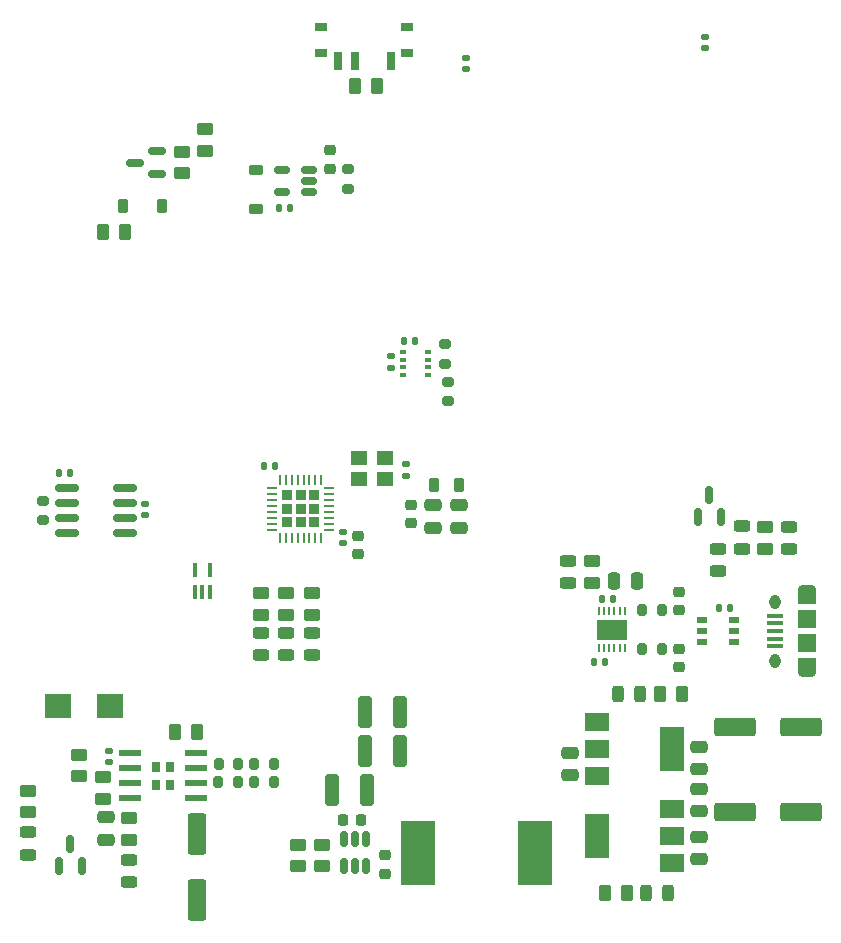
<source format=gbr>
%TF.GenerationSoftware,KiCad,Pcbnew,7.0.6*%
%TF.CreationDate,2023-12-02T19:53:02-07:00*%
%TF.ProjectId,H2 Sensor Board Lucy Rev 1,48322053-656e-4736-9f72-20426f617264,rev?*%
%TF.SameCoordinates,Original*%
%TF.FileFunction,Paste,Top*%
%TF.FilePolarity,Positive*%
%FSLAX46Y46*%
G04 Gerber Fmt 4.6, Leading zero omitted, Abs format (unit mm)*
G04 Created by KiCad (PCBNEW 7.0.6) date 2023-12-02 19:53:02*
%MOMM*%
%LPD*%
G01*
G04 APERTURE LIST*
G04 Aperture macros list*
%AMRoundRect*
0 Rectangle with rounded corners*
0 $1 Rounding radius*
0 $2 $3 $4 $5 $6 $7 $8 $9 X,Y pos of 4 corners*
0 Add a 4 corners polygon primitive as box body*
4,1,4,$2,$3,$4,$5,$6,$7,$8,$9,$2,$3,0*
0 Add four circle primitives for the rounded corners*
1,1,$1+$1,$2,$3*
1,1,$1+$1,$4,$5*
1,1,$1+$1,$6,$7*
1,1,$1+$1,$8,$9*
0 Add four rect primitives between the rounded corners*
20,1,$1+$1,$2,$3,$4,$5,0*
20,1,$1+$1,$4,$5,$6,$7,0*
20,1,$1+$1,$6,$7,$8,$9,0*
20,1,$1+$1,$8,$9,$2,$3,0*%
G04 Aperture macros list end*
%ADD10RoundRect,0.140000X-0.140000X-0.170000X0.140000X-0.170000X0.140000X0.170000X-0.140000X0.170000X0*%
%ADD11R,0.250000X0.650000*%
%ADD12R,2.500000X1.700000*%
%ADD13RoundRect,0.250000X-0.475000X0.250000X-0.475000X-0.250000X0.475000X-0.250000X0.475000X0.250000X0*%
%ADD14RoundRect,0.225000X-0.250000X0.225000X-0.250000X-0.225000X0.250000X-0.225000X0.250000X0.225000X0*%
%ADD15RoundRect,0.250000X0.475000X-0.250000X0.475000X0.250000X-0.475000X0.250000X-0.475000X-0.250000X0*%
%ADD16RoundRect,0.200000X-0.200000X-0.275000X0.200000X-0.275000X0.200000X0.275000X-0.200000X0.275000X0*%
%ADD17RoundRect,0.250000X0.450000X-0.262500X0.450000X0.262500X-0.450000X0.262500X-0.450000X-0.262500X0*%
%ADD18RoundRect,0.225000X-0.225000X-0.250000X0.225000X-0.250000X0.225000X0.250000X-0.225000X0.250000X0*%
%ADD19R,2.200000X2.150000*%
%ADD20RoundRect,0.250000X-0.250000X-0.475000X0.250000X-0.475000X0.250000X0.475000X-0.250000X0.475000X0*%
%ADD21RoundRect,0.232500X0.232500X0.232500X-0.232500X0.232500X-0.232500X-0.232500X0.232500X-0.232500X0*%
%ADD22RoundRect,0.062500X0.375000X0.062500X-0.375000X0.062500X-0.375000X-0.062500X0.375000X-0.062500X0*%
%ADD23RoundRect,0.062500X0.062500X0.375000X-0.062500X0.375000X-0.062500X-0.375000X0.062500X-0.375000X0*%
%ADD24RoundRect,0.200000X0.200000X0.275000X-0.200000X0.275000X-0.200000X-0.275000X0.200000X-0.275000X0*%
%ADD25RoundRect,0.200000X0.275000X-0.200000X0.275000X0.200000X-0.275000X0.200000X-0.275000X-0.200000X0*%
%ADD26RoundRect,0.250000X-0.325000X-1.100000X0.325000X-1.100000X0.325000X1.100000X-0.325000X1.100000X0*%
%ADD27RoundRect,0.250000X-0.450000X0.262500X-0.450000X-0.262500X0.450000X-0.262500X0.450000X0.262500X0*%
%ADD28RoundRect,0.150000X0.825000X0.150000X-0.825000X0.150000X-0.825000X-0.150000X0.825000X-0.150000X0*%
%ADD29RoundRect,0.218750X-0.218750X-0.381250X0.218750X-0.381250X0.218750X0.381250X-0.218750X0.381250X0*%
%ADD30RoundRect,0.140000X-0.170000X0.140000X-0.170000X-0.140000X0.170000X-0.140000X0.170000X0.140000X0*%
%ADD31R,1.910000X0.610000*%
%ADD32R,0.723000X0.930000*%
%ADD33RoundRect,0.140000X0.140000X0.170000X-0.140000X0.170000X-0.140000X-0.170000X0.140000X-0.170000X0*%
%ADD34R,0.500000X0.350000*%
%ADD35RoundRect,0.243750X-0.243750X-0.456250X0.243750X-0.456250X0.243750X0.456250X-0.243750X0.456250X0*%
%ADD36RoundRect,0.225000X0.250000X-0.225000X0.250000X0.225000X-0.250000X0.225000X-0.250000X-0.225000X0*%
%ADD37R,0.972299X0.558000*%
%ADD38RoundRect,0.150000X0.150000X-0.587500X0.150000X0.587500X-0.150000X0.587500X-0.150000X-0.587500X0*%
%ADD39RoundRect,0.243750X-0.456250X0.243750X-0.456250X-0.243750X0.456250X-0.243750X0.456250X0.243750X0*%
%ADD40RoundRect,0.200000X-0.275000X0.200000X-0.275000X-0.200000X0.275000X-0.200000X0.275000X0.200000X0*%
%ADD41RoundRect,0.250000X0.325000X1.100000X-0.325000X1.100000X-0.325000X-1.100000X0.325000X-1.100000X0*%
%ADD42RoundRect,0.150000X0.587500X0.150000X-0.587500X0.150000X-0.587500X-0.150000X0.587500X-0.150000X0*%
%ADD43RoundRect,0.140000X0.170000X-0.140000X0.170000X0.140000X-0.170000X0.140000X-0.170000X-0.140000X0*%
%ADD44RoundRect,0.250000X-0.550000X1.500000X-0.550000X-1.500000X0.550000X-1.500000X0.550000X1.500000X0*%
%ADD45RoundRect,0.250000X-0.262500X-0.450000X0.262500X-0.450000X0.262500X0.450000X-0.262500X0.450000X0*%
%ADD46RoundRect,0.243750X0.456250X-0.243750X0.456250X0.243750X-0.456250X0.243750X-0.456250X-0.243750X0*%
%ADD47RoundRect,0.250000X0.262500X0.450000X-0.262500X0.450000X-0.262500X-0.450000X0.262500X-0.450000X0*%
%ADD48R,1.000000X0.800000*%
%ADD49R,0.700000X1.500000*%
%ADD50R,0.400000X1.200000*%
%ADD51R,1.400000X1.200000*%
%ADD52R,2.900000X5.400000*%
%ADD53O,1.550000X0.890000*%
%ADD54O,0.950000X1.250000*%
%ADD55R,1.350000X0.400000*%
%ADD56R,1.550000X1.200000*%
%ADD57R,1.550000X1.500000*%
%ADD58RoundRect,0.243750X0.243750X0.456250X-0.243750X0.456250X-0.243750X-0.456250X0.243750X-0.456250X0*%
%ADD59R,2.000000X1.500000*%
%ADD60R,2.000000X3.800000*%
%ADD61RoundRect,0.225000X-0.375000X0.225000X-0.375000X-0.225000X0.375000X-0.225000X0.375000X0.225000X0*%
%ADD62RoundRect,0.250000X-1.500000X-0.550000X1.500000X-0.550000X1.500000X0.550000X-1.500000X0.550000X0*%
%ADD63RoundRect,0.225000X-0.225000X-0.375000X0.225000X-0.375000X0.225000X0.375000X-0.225000X0.375000X0*%
%ADD64RoundRect,0.150000X0.512500X0.150000X-0.512500X0.150000X-0.512500X-0.150000X0.512500X-0.150000X0*%
%ADD65RoundRect,0.150000X-0.150000X0.512500X-0.150000X-0.512500X0.150000X-0.512500X0.150000X0.512500X0*%
G04 APERTURE END LIST*
D10*
%TO.C,C7*%
X120043000Y-107950000D03*
X121003000Y-107950000D03*
%TD*%
D11*
%TO.C,U8*%
X150604000Y-120309000D03*
X150154000Y-120309000D03*
X149704000Y-120309000D03*
X149254000Y-120309000D03*
X148804000Y-120309000D03*
X148354000Y-120309000D03*
X148354000Y-123409000D03*
X148804000Y-123409000D03*
X149254000Y-123409000D03*
X149704000Y-123409000D03*
X150154000Y-123409000D03*
X150604000Y-123409000D03*
D12*
X149479000Y-121859000D03*
%TD*%
D10*
%TO.C,C29*%
X131854000Y-97409000D03*
X132814000Y-97409000D03*
%TD*%
D13*
%TO.C,C22*%
X156845000Y-131765000D03*
X156845000Y-133665000D03*
%TD*%
D14*
%TO.C,C18*%
X130252000Y-140957000D03*
X130252000Y-142507000D03*
%TD*%
D15*
%TO.C,C23*%
X156845000Y-137221000D03*
X156845000Y-135321000D03*
%TD*%
D16*
%TO.C,R3*%
X116142000Y-134747000D03*
X117792000Y-134747000D03*
%TD*%
%TO.C,R2*%
X116218200Y-133197600D03*
X117868200Y-133197600D03*
%TD*%
D17*
%TO.C,R5*%
X104394000Y-134262500D03*
X104394000Y-132437500D03*
%TD*%
D18*
%TO.C,C15*%
X126733000Y-137922000D03*
X128283000Y-137922000D03*
%TD*%
D13*
%TO.C,C24*%
X156845000Y-139394000D03*
X156845000Y-141294000D03*
%TD*%
D19*
%TO.C,D10*%
X106975000Y-128270000D03*
X102575000Y-128270000D03*
%TD*%
D20*
%TO.C,C13*%
X149672000Y-117729000D03*
X151572000Y-117729000D03*
%TD*%
D21*
%TO.C,U1*%
X124281000Y-112773000D03*
X124281000Y-111623000D03*
X124281000Y-110473000D03*
X123131000Y-112773000D03*
X123131000Y-111623000D03*
X123131000Y-110473000D03*
X121981000Y-112773000D03*
X121981000Y-111623000D03*
X121981000Y-110473000D03*
D22*
X125568500Y-113373000D03*
X125568500Y-112873000D03*
X125568500Y-112373000D03*
X125568500Y-111873000D03*
X125568500Y-111373000D03*
X125568500Y-110873000D03*
X125568500Y-110373000D03*
X125568500Y-109873000D03*
D23*
X124881000Y-109185500D03*
X124381000Y-109185500D03*
X123881000Y-109185500D03*
X123381000Y-109185500D03*
X122881000Y-109185500D03*
X122381000Y-109185500D03*
X121881000Y-109185500D03*
X121381000Y-109185500D03*
D22*
X120693500Y-109873000D03*
X120693500Y-110373000D03*
X120693500Y-110873000D03*
X120693500Y-111373000D03*
X120693500Y-111873000D03*
X120693500Y-112373000D03*
X120693500Y-112873000D03*
X120693500Y-113373000D03*
D23*
X121381000Y-114060500D03*
X121881000Y-114060500D03*
X122381000Y-114060500D03*
X122881000Y-114060500D03*
X123381000Y-114060500D03*
X123881000Y-114060500D03*
X124381000Y-114060500D03*
X124881000Y-114060500D03*
%TD*%
D24*
%TO.C,R27*%
X120840000Y-133223000D03*
X119190000Y-133223000D03*
%TD*%
D17*
%TO.C,R24*%
X115062000Y-81303500D03*
X115062000Y-79478500D03*
%TD*%
D25*
%TO.C,R25*%
X127127000Y-84518000D03*
X127127000Y-82868000D03*
%TD*%
D26*
%TO.C,C28*%
X125779000Y-135382000D03*
X128729000Y-135382000D03*
%TD*%
D27*
%TO.C,R7*%
X100076000Y-135485500D03*
X100076000Y-137310500D03*
%TD*%
D28*
%TO.C,U7*%
X108266000Y-113665000D03*
X108266000Y-112395000D03*
X108266000Y-111125000D03*
X108266000Y-109855000D03*
X103316000Y-109855000D03*
X103316000Y-111125000D03*
X103316000Y-112395000D03*
X103316000Y-113665000D03*
%TD*%
D29*
%TO.C,FB1*%
X134400000Y-109601000D03*
X136525000Y-109601000D03*
%TD*%
D30*
%TO.C,C8*%
X126746000Y-113566000D03*
X126746000Y-114526000D03*
%TD*%
D27*
%TO.C,R6*%
X106426000Y-134342500D03*
X106426000Y-136167500D03*
%TD*%
D17*
%TO.C,R16*%
X147828000Y-117879500D03*
X147828000Y-116054500D03*
%TD*%
D31*
%TO.C,U4*%
X108704000Y-132325000D03*
X108704000Y-133595000D03*
X108704000Y-134865000D03*
X108704000Y-136135000D03*
X114264000Y-136135000D03*
X114264000Y-134865000D03*
X114264000Y-133595000D03*
X114264000Y-132325000D03*
D32*
X110881500Y-133455000D03*
X110881500Y-135005000D03*
X112086500Y-133455000D03*
X112086500Y-135005000D03*
%TD*%
D30*
%TO.C,C3*%
X137160000Y-73447000D03*
X137160000Y-74407000D03*
%TD*%
D33*
%TO.C,C5*%
X103604000Y-108585000D03*
X102644000Y-108585000D03*
%TD*%
D14*
%TO.C,C26*%
X155187000Y-118671000D03*
X155187000Y-120221000D03*
%TD*%
D34*
%TO.C,U9*%
X133876000Y-98339000D03*
X133876000Y-98989000D03*
X133876000Y-99639000D03*
X133876000Y-100289000D03*
X131826000Y-100289000D03*
X131826000Y-99639000D03*
X131826000Y-98989000D03*
X131826000Y-98339000D03*
%TD*%
D27*
%TO.C,R19*%
X162407600Y-113159000D03*
X162407600Y-114984000D03*
%TD*%
D35*
%TO.C,D2*%
X150022000Y-127305000D03*
X151897000Y-127305000D03*
%TD*%
D36*
%TO.C,C31*%
X125603000Y-82817000D03*
X125603000Y-81267000D03*
%TD*%
D37*
%TO.C,D13*%
X159858451Y-122920801D03*
X159858451Y-121970800D03*
X159858451Y-121020799D03*
X157133549Y-121020799D03*
X157133549Y-121970800D03*
X157133549Y-122920801D03*
%TD*%
D27*
%TO.C,R23*%
X113108500Y-81383500D03*
X113108500Y-83208500D03*
%TD*%
D38*
%TO.C,D11*%
X156784000Y-112313500D03*
X158684000Y-112313500D03*
X157734000Y-110438500D03*
%TD*%
D27*
%TO.C,R9*%
X122886000Y-140057500D03*
X122886000Y-141882500D03*
%TD*%
D39*
%TO.C,D14*%
X164439600Y-113134000D03*
X164439600Y-115009000D03*
%TD*%
D14*
%TO.C,C10*%
X132461000Y-111305000D03*
X132461000Y-112855000D03*
%TD*%
D40*
%TO.C,R21*%
X135382000Y-97664000D03*
X135382000Y-99314000D03*
%TD*%
D41*
%TO.C,C16*%
X131523000Y-128778000D03*
X128573000Y-128778000D03*
%TD*%
D42*
%TO.C,Q2*%
X110998000Y-83246000D03*
X110998000Y-81346000D03*
X109123000Y-82296000D03*
%TD*%
D17*
%TO.C,R15*%
X119761000Y-120595000D03*
X119761000Y-118770000D03*
%TD*%
D24*
%TO.C,R28*%
X120840000Y-134747000D03*
X119190000Y-134747000D03*
%TD*%
D43*
%TO.C,C4*%
X109982000Y-112138400D03*
X109982000Y-111178400D03*
%TD*%
D13*
%TO.C,C25*%
X106680000Y-137734000D03*
X106680000Y-139634000D03*
%TD*%
D44*
%TO.C,C20*%
X114356500Y-139125000D03*
X114356500Y-144725000D03*
%TD*%
D45*
%TO.C,R11*%
X148917500Y-144154000D03*
X150742500Y-144154000D03*
%TD*%
D46*
%TO.C,D8*%
X119761000Y-124000500D03*
X119761000Y-122125500D03*
%TD*%
D47*
%TO.C,R10*%
X155379500Y-127305000D03*
X153554500Y-127305000D03*
%TD*%
D30*
%TO.C,C1*%
X132080000Y-107851000D03*
X132080000Y-108811000D03*
%TD*%
D33*
%TO.C,C14*%
X149578000Y-119253000D03*
X148618000Y-119253000D03*
%TD*%
D48*
%TO.C,SW1*%
X132162000Y-73010000D03*
X132162000Y-70800000D03*
X124862000Y-73010000D03*
X124862000Y-70800000D03*
D49*
X130762000Y-73660000D03*
X127762000Y-73660000D03*
X126262000Y-73660000D03*
%TD*%
D10*
%TO.C,C35*%
X121313000Y-86106000D03*
X122273000Y-86106000D03*
%TD*%
D46*
%TO.C,F1*%
X160477200Y-114983500D03*
X160477200Y-113108500D03*
%TD*%
D15*
%TO.C,C21*%
X145923000Y-134173000D03*
X145923000Y-132273000D03*
%TD*%
D33*
%TO.C,C27*%
X159484000Y-119989600D03*
X158524000Y-119989600D03*
%TD*%
D50*
%TO.C,IC1*%
X114158000Y-118679000D03*
X114808000Y-118679000D03*
X115458000Y-118679000D03*
X115458000Y-116779000D03*
X114158000Y-116779000D03*
%TD*%
D51*
%TO.C,U2*%
X130259000Y-107354000D03*
X128059000Y-107354000D03*
X128059000Y-109054000D03*
X130259000Y-109054000D03*
%TD*%
D52*
%TO.C,L1*%
X133102000Y-140716000D03*
X143002000Y-140716000D03*
%TD*%
D53*
%TO.C,J6*%
X166015000Y-125465000D03*
D54*
X163315000Y-124465000D03*
X163315000Y-119465000D03*
D53*
X166015000Y-118465000D03*
D55*
X163315000Y-123265000D03*
X163315000Y-122615000D03*
X163315000Y-121965000D03*
X163315000Y-121315000D03*
X163315000Y-120665000D03*
D56*
X166015000Y-124865000D03*
D57*
X166015000Y-122965000D03*
X166015000Y-120965000D03*
D56*
X166015000Y-119065000D03*
%TD*%
D58*
%TO.C,D3*%
X154245000Y-144154000D03*
X152370000Y-144154000D03*
%TD*%
D13*
%TO.C,C11*%
X134366000Y-111318000D03*
X134366000Y-113218000D03*
%TD*%
D59*
%TO.C,U3*%
X148234000Y-129653000D03*
X148234000Y-131953000D03*
D60*
X154534000Y-131953000D03*
D59*
X148234000Y-134253000D03*
%TD*%
D38*
%TO.C,Q1*%
X102682000Y-141829000D03*
X104582000Y-141829000D03*
X103632000Y-139954000D03*
%TD*%
D33*
%TO.C,C6*%
X148943000Y-124587000D03*
X147983000Y-124587000D03*
%TD*%
D30*
%TO.C,C2*%
X157353000Y-71656000D03*
X157353000Y-72616000D03*
%TD*%
D16*
%TO.C,R18*%
X152076000Y-120208000D03*
X153726000Y-120208000D03*
%TD*%
D17*
%TO.C,R13*%
X124079000Y-120595000D03*
X124079000Y-118770000D03*
%TD*%
D45*
%TO.C,R1*%
X127738500Y-75819000D03*
X129563500Y-75819000D03*
%TD*%
D43*
%TO.C,C30*%
X130810000Y-99667000D03*
X130810000Y-98707000D03*
%TD*%
D47*
%TO.C,R4*%
X114348900Y-130505200D03*
X112523900Y-130505200D03*
%TD*%
D46*
%TO.C,D4*%
X108641500Y-143237500D03*
X108641500Y-141362500D03*
%TD*%
D36*
%TO.C,C19*%
X155187000Y-125047000D03*
X155187000Y-123497000D03*
%TD*%
D25*
%TO.C,R22*%
X135636000Y-102488000D03*
X135636000Y-100838000D03*
%TD*%
D39*
%TO.C,D12*%
X145796000Y-116029500D03*
X145796000Y-117904500D03*
%TD*%
D14*
%TO.C,C9*%
X128016000Y-113906000D03*
X128016000Y-115456000D03*
%TD*%
D61*
%TO.C,D5*%
X119380000Y-82932000D03*
X119380000Y-86232000D03*
%TD*%
D43*
%TO.C,C32*%
X106934000Y-133040000D03*
X106934000Y-132080000D03*
%TD*%
D62*
%TO.C,C34*%
X159887000Y-137287000D03*
X165487000Y-137287000D03*
%TD*%
D46*
%TO.C,D7*%
X121920000Y-124000500D03*
X121920000Y-122125500D03*
%TD*%
D17*
%TO.C,R14*%
X121920000Y-120595000D03*
X121920000Y-118770000D03*
%TD*%
D27*
%TO.C,R8*%
X124918000Y-140057500D03*
X124918000Y-141882500D03*
%TD*%
D46*
%TO.C,D1*%
X100076000Y-140891500D03*
X100076000Y-139016500D03*
%TD*%
D47*
%TO.C,R29*%
X108251000Y-88138000D03*
X106426000Y-88138000D03*
%TD*%
D63*
%TO.C,D15*%
X108078000Y-85979000D03*
X111378000Y-85979000D03*
%TD*%
D27*
%TO.C,R12*%
X108641500Y-137831500D03*
X108641500Y-139656500D03*
%TD*%
D62*
%TO.C,C33*%
X159887000Y-130048000D03*
X165487000Y-130048000D03*
%TD*%
D64*
%TO.C,U11*%
X123814000Y-84831000D03*
X123814000Y-83881000D03*
X123814000Y-82931000D03*
X121539000Y-82931000D03*
X121539000Y-84831000D03*
%TD*%
D46*
%TO.C,D6*%
X124079000Y-124000500D03*
X124079000Y-122125500D03*
%TD*%
D41*
%TO.C,C17*%
X131523000Y-132080000D03*
X128573000Y-132080000D03*
%TD*%
D59*
%TO.C,U6*%
X154534000Y-141619000D03*
X154534000Y-139319000D03*
D60*
X148234000Y-139319000D03*
D59*
X154534000Y-137019000D03*
%TD*%
D16*
%TO.C,R17*%
X152076000Y-123510000D03*
X153726000Y-123510000D03*
%TD*%
D13*
%TO.C,C12*%
X136525000Y-111318000D03*
X136525000Y-113218000D03*
%TD*%
D65*
%TO.C,U5*%
X128662000Y-139578500D03*
X127712000Y-139578500D03*
X126762000Y-139578500D03*
X126762000Y-141853500D03*
X127712000Y-141853500D03*
X128662000Y-141853500D03*
%TD*%
D25*
%TO.C,R26*%
X101346000Y-112585000D03*
X101346000Y-110935000D03*
%TD*%
D39*
%TO.C,D9*%
X158496000Y-115010500D03*
X158496000Y-116885500D03*
%TD*%
M02*

</source>
